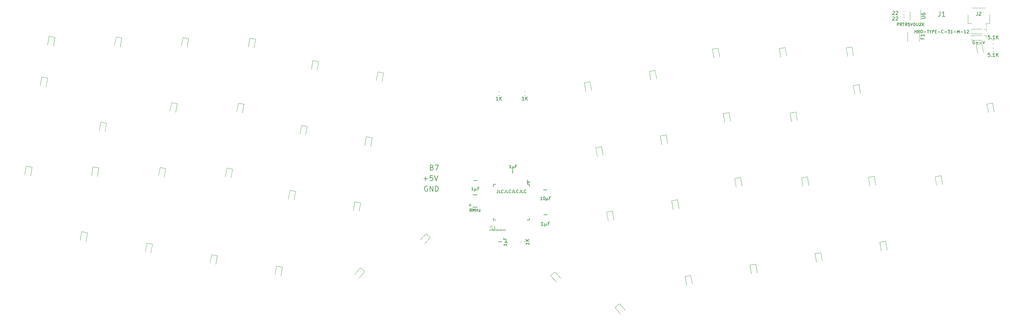
<source format=gbr>
G04 #@! TF.GenerationSoftware,KiCad,Pcbnew,(6.0.0-rc1-dev-1469-g932b9a334)*
G04 #@! TF.CreationDate,2019-10-20T15:35:16-07:00
G04 #@! TF.ProjectId,Laptreus-v2,4c617074-7265-4757-932d-76322e6b6963,rev?*
G04 #@! TF.SameCoordinates,Original*
G04 #@! TF.FileFunction,Legend,Top*
G04 #@! TF.FilePolarity,Positive*
%FSLAX46Y46*%
G04 Gerber Fmt 4.6, Leading zero omitted, Abs format (unit mm)*
G04 Created by KiCad (PCBNEW (6.0.0-rc1-dev-1469-g932b9a334)) date Sunday, October 20, 2019 at 03:35:16 PM*
%MOMM*%
%LPD*%
G04 APERTURE LIST*
%ADD10C,0.150000*%
%ADD11C,0.200000*%
%ADD12C,0.120000*%
%ADD13C,0.203200*%
%ADD14C,0.125000*%
%ADD15C,0.050000*%
G04 APERTURE END LIST*
D10*
X366755122Y-81720103D02*
X366674170Y-81679626D01*
X366552741Y-81679626D01*
X366431312Y-81720103D01*
X366350360Y-81801055D01*
X366309884Y-81882007D01*
X366269408Y-82043912D01*
X366269408Y-82165341D01*
X366309884Y-82327245D01*
X366350360Y-82408198D01*
X366431312Y-82489150D01*
X366552741Y-82529626D01*
X366633693Y-82529626D01*
X366755122Y-82489150D01*
X366795598Y-82448674D01*
X366795598Y-82165341D01*
X366633693Y-82165341D01*
X367159884Y-82205817D02*
X367807503Y-82205817D01*
X367483693Y-82529626D02*
X367483693Y-81882007D01*
X368212265Y-82205817D02*
X368859884Y-82205817D01*
X369143217Y-81679626D02*
X369426550Y-82529626D01*
X369709884Y-81679626D01*
X229073469Y-124729305D02*
X229073469Y-125336448D01*
X229032993Y-125457877D01*
X228952040Y-125538829D01*
X228830612Y-125579305D01*
X228749660Y-125579305D01*
X229882993Y-125579305D02*
X229478231Y-125579305D01*
X229478231Y-124729305D01*
X230652040Y-125498353D02*
X230611564Y-125538829D01*
X230490136Y-125579305D01*
X230409183Y-125579305D01*
X230287755Y-125538829D01*
X230206802Y-125457877D01*
X230166326Y-125376924D01*
X230125850Y-125215020D01*
X230125850Y-125093591D01*
X230166326Y-124931686D01*
X230206802Y-124850734D01*
X230287755Y-124769782D01*
X230409183Y-124729305D01*
X230490136Y-124729305D01*
X230611564Y-124769782D01*
X230652040Y-124810258D01*
X231259183Y-124729305D02*
X231259183Y-125336448D01*
X231218707Y-125457877D01*
X231137755Y-125538829D01*
X231016326Y-125579305D01*
X230935374Y-125579305D01*
X232068707Y-125579305D02*
X231663945Y-125579305D01*
X231663945Y-124729305D01*
X232837755Y-125498353D02*
X232797279Y-125538829D01*
X232675850Y-125579305D01*
X232594898Y-125579305D01*
X232473469Y-125538829D01*
X232392517Y-125457877D01*
X232352040Y-125376924D01*
X232311564Y-125215020D01*
X232311564Y-125093591D01*
X232352040Y-124931686D01*
X232392517Y-124850734D01*
X232473469Y-124769782D01*
X232594898Y-124729305D01*
X232675850Y-124729305D01*
X232797279Y-124769782D01*
X232837755Y-124810258D01*
X233444898Y-124729305D02*
X233444898Y-125336448D01*
X233404421Y-125457877D01*
X233323469Y-125538829D01*
X233202040Y-125579305D01*
X233121088Y-125579305D01*
X234254421Y-125579305D02*
X233849660Y-125579305D01*
X233849660Y-124729305D01*
X235023469Y-125498353D02*
X234982993Y-125538829D01*
X234861564Y-125579305D01*
X234780612Y-125579305D01*
X234659183Y-125538829D01*
X234578231Y-125457877D01*
X234537755Y-125376924D01*
X234497279Y-125215020D01*
X234497279Y-125093591D01*
X234537755Y-124931686D01*
X234578231Y-124850734D01*
X234659183Y-124769782D01*
X234780612Y-124729305D01*
X234861564Y-124729305D01*
X234982993Y-124769782D01*
X235023469Y-124810258D01*
X235630612Y-124729305D02*
X235630612Y-125336448D01*
X235590136Y-125457877D01*
X235509183Y-125538829D01*
X235387755Y-125579305D01*
X235306802Y-125579305D01*
X236440136Y-125579305D02*
X236035374Y-125579305D01*
X236035374Y-124729305D01*
X237209183Y-125498353D02*
X237168707Y-125538829D01*
X237047279Y-125579305D01*
X236966326Y-125579305D01*
X236844898Y-125538829D01*
X236763945Y-125457877D01*
X236723469Y-125376924D01*
X236682993Y-125215020D01*
X236682993Y-125093591D01*
X236723469Y-124931686D01*
X236763945Y-124850734D01*
X236844898Y-124769782D01*
X236966326Y-124729305D01*
X237047279Y-124729305D01*
X237168707Y-124769782D01*
X237209183Y-124810258D01*
X238247777Y-122495103D02*
G75*
G03X238247777Y-122495103I-223607J0D01*
G01*
D11*
X207696088Y-121501923D02*
X208838945Y-121501923D01*
X208267517Y-122073352D02*
X208267517Y-120930495D01*
X210267517Y-120573352D02*
X209553231Y-120573352D01*
X209481802Y-121287638D01*
X209553231Y-121216209D01*
X209696088Y-121144781D01*
X210053231Y-121144781D01*
X210196088Y-121216209D01*
X210267517Y-121287638D01*
X210338945Y-121430495D01*
X210338945Y-121787638D01*
X210267517Y-121930495D01*
X210196088Y-122001923D01*
X210053231Y-122073352D01*
X209696088Y-122073352D01*
X209553231Y-122001923D01*
X209481802Y-121930495D01*
X210767517Y-120573352D02*
X211267517Y-122073352D01*
X211767517Y-120573352D01*
X210067502Y-118212909D02*
X210281787Y-118284337D01*
X210353216Y-118355766D01*
X210424645Y-118498623D01*
X210424645Y-118712909D01*
X210353216Y-118855766D01*
X210281787Y-118927194D01*
X210138930Y-118998623D01*
X209567502Y-118998623D01*
X209567502Y-117498623D01*
X210067502Y-117498623D01*
X210210359Y-117570052D01*
X210281787Y-117641480D01*
X210353216Y-117784337D01*
X210353216Y-117927194D01*
X210281787Y-118070052D01*
X210210359Y-118141480D01*
X210067502Y-118212909D01*
X209567502Y-118212909D01*
X210924645Y-117498623D02*
X211924645Y-117498623D01*
X211281787Y-118998623D01*
X208756787Y-123670053D02*
X208613930Y-123598624D01*
X208399645Y-123598624D01*
X208185359Y-123670053D01*
X208042502Y-123812910D01*
X207971073Y-123955767D01*
X207899645Y-124241481D01*
X207899645Y-124455767D01*
X207971073Y-124741481D01*
X208042502Y-124884338D01*
X208185359Y-125027195D01*
X208399645Y-125098624D01*
X208542502Y-125098624D01*
X208756787Y-125027195D01*
X208828216Y-124955767D01*
X208828216Y-124455767D01*
X208542502Y-124455767D01*
X209471073Y-125098624D02*
X209471073Y-123598624D01*
X210328216Y-125098624D01*
X210328216Y-123598624D01*
X211042502Y-125098624D02*
X211042502Y-123598624D01*
X211399645Y-123598624D01*
X211613930Y-123670053D01*
X211756787Y-123812910D01*
X211828216Y-123955767D01*
X211899645Y-124241481D01*
X211899645Y-124455767D01*
X211828216Y-124741481D01*
X211756787Y-124884338D01*
X211613930Y-125027195D01*
X211399645Y-125098624D01*
X211042502Y-125098624D01*
D10*
X221305149Y-129144782D02*
G75*
G03X221305149Y-129144782I-230489J0D01*
G01*
D12*
G04 #@! TO.C,J3*
X370209170Y-80100103D02*
X370209170Y-80795103D01*
X369524170Y-80100103D02*
X370209170Y-80100103D01*
X368839170Y-81403379D02*
X368839170Y-81490103D01*
X368839170Y-80100103D02*
X368839170Y-80186827D01*
X368839170Y-81490103D02*
X365964170Y-81490103D01*
X368839170Y-80100103D02*
X365964170Y-80100103D01*
X365964170Y-81189596D02*
X365964170Y-81490103D01*
X365964170Y-80100103D02*
X365964170Y-80400610D01*
G04 #@! TO.C,J4*
X370209170Y-78225103D02*
X370209170Y-78920103D01*
X369524170Y-78225103D02*
X370209170Y-78225103D01*
X368839170Y-79528379D02*
X368839170Y-79615103D01*
X368839170Y-78225103D02*
X368839170Y-78311827D01*
X368839170Y-79615103D02*
X365964170Y-79615103D01*
X368839170Y-78225103D02*
X365964170Y-78225103D01*
X365964170Y-79314596D02*
X365964170Y-79615103D01*
X365964170Y-78225103D02*
X365964170Y-78525610D01*
D10*
G04 #@! TO.C,IC1*
X238174646Y-123123532D02*
X237599646Y-123123532D01*
X238174646Y-133473532D02*
X237499646Y-133473532D01*
X227824646Y-133473532D02*
X228499646Y-133473532D01*
X227824646Y-123123532D02*
X228499646Y-123123532D01*
X238174646Y-123123532D02*
X238174646Y-123798532D01*
X227824646Y-123123532D02*
X227824646Y-123798532D01*
X227824646Y-133473532D02*
X227824646Y-132798532D01*
X238174646Y-133473532D02*
X238174646Y-132798532D01*
X237599646Y-123123532D02*
X237599646Y-121848532D01*
D12*
G04 #@! TO.C,F1*
X350834170Y-79083851D02*
X350834170Y-81856355D01*
X347414170Y-79083851D02*
X347414170Y-81856355D01*
G04 #@! TO.C,R13*
X229261391Y-97405103D02*
X229586949Y-97405103D01*
X229261391Y-96385103D02*
X229586949Y-96385103D01*
G04 #@! TO.C,R12*
X372336949Y-83710103D02*
X372011391Y-83710103D01*
X372336949Y-84730103D02*
X372011391Y-84730103D01*
G04 #@! TO.C,R11*
X372011391Y-82480103D02*
X372336949Y-82480103D01*
X372011391Y-81460103D02*
X372336949Y-81460103D01*
G04 #@! TO.C,R10*
X236759170Y-139882882D02*
X236759170Y-139557324D01*
X235739170Y-139882882D02*
X235739170Y-139557324D01*
G04 #@! TO.C,R9*
X346461949Y-74735103D02*
X346136391Y-74735103D01*
X346461949Y-75755103D02*
X346136391Y-75755103D01*
G04 #@! TO.C,R8*
X346136391Y-74155103D02*
X346461949Y-74155103D01*
X346136391Y-73135103D02*
X346461949Y-73135103D01*
G04 #@! TO.C,R1*
X236736881Y-97404781D02*
X237062439Y-97404781D01*
X236736881Y-96384781D02*
X237062439Y-96384781D01*
G04 #@! TO.C,D1*
X368884178Y-82457334D02*
X369326981Y-84968594D01*
X367210005Y-82752536D02*
X367652808Y-85263796D01*
X368884178Y-82457334D02*
X367210005Y-82752536D01*
G04 #@! TO.C,D48*
X110547220Y-137065170D02*
X110104417Y-139576430D01*
X108873047Y-136769968D02*
X108430244Y-139281228D01*
X110547220Y-137065170D02*
X108873047Y-136769968D01*
G04 #@! TO.C,D47*
X129297219Y-140390170D02*
X128854416Y-142901430D01*
X127623046Y-140094968D02*
X127180243Y-142606228D01*
X129297219Y-140390170D02*
X127623046Y-140094968D01*
G04 #@! TO.C,D46*
X148072220Y-143690170D02*
X147629417Y-146201430D01*
X146398047Y-143394968D02*
X145955244Y-145906228D01*
X148072220Y-143690170D02*
X146398047Y-143394968D01*
G04 #@! TO.C,D45*
X166822219Y-146990170D02*
X166379416Y-149501430D01*
X165148046Y-146694968D02*
X164705243Y-149206228D01*
X166822219Y-146990170D02*
X165148046Y-146694968D01*
G04 #@! TO.C,D44*
X190664489Y-148217406D02*
X189025381Y-150170819D01*
X189362214Y-147124667D02*
X187723105Y-149078080D01*
X190664489Y-148217406D02*
X189362214Y-147124667D01*
G04 #@! TO.C,D43*
X209589730Y-138438117D02*
X207866975Y-140318174D01*
X208336359Y-137289613D02*
X206613604Y-139169671D01*
X209589730Y-138438117D02*
X208336359Y-137289613D01*
G04 #@! TO.C,D42*
X245587470Y-148389935D02*
X247310225Y-150269993D01*
X244334099Y-149538439D02*
X246056854Y-151418496D01*
X245587470Y-148389935D02*
X244334099Y-149538439D01*
G04 #@! TO.C,D41*
X264236126Y-157574667D02*
X265875235Y-159528080D01*
X262933851Y-158667406D02*
X264572959Y-160620819D01*
X264236126Y-157574667D02*
X262933851Y-158667406D01*
G04 #@! TO.C,D40*
X284801275Y-149419968D02*
X285244078Y-151931228D01*
X283127102Y-149715170D02*
X283569905Y-152226430D01*
X284801275Y-149419968D02*
X283127102Y-149715170D01*
G04 #@! TO.C,D39*
X303551274Y-146119968D02*
X303994077Y-148631228D01*
X301877101Y-146415170D02*
X302319904Y-148926430D01*
X303551274Y-146119968D02*
X301877101Y-146415170D01*
G04 #@! TO.C,D38*
X322333167Y-142816238D02*
X322775970Y-145327498D01*
X320658994Y-143111440D02*
X321101797Y-145622700D01*
X322333167Y-142816238D02*
X320658994Y-143111440D01*
G04 #@! TO.C,D37*
X341076274Y-139519968D02*
X341519077Y-142031228D01*
X339402101Y-139815170D02*
X339844904Y-142326430D01*
X341076274Y-139519968D02*
X339402101Y-139815170D01*
G04 #@! TO.C,D36*
X94515666Y-118134608D02*
X94072863Y-120645868D01*
X92841493Y-117839406D02*
X92398690Y-120350666D01*
X94515666Y-118134608D02*
X92841493Y-117839406D01*
G04 #@! TO.C,D35*
X113847218Y-118315170D02*
X113404415Y-120826430D01*
X112173045Y-118019968D02*
X111730242Y-120531228D01*
X113847218Y-118315170D02*
X112173045Y-118019968D01*
G04 #@! TO.C,D34*
X133172219Y-118490170D02*
X132729416Y-121001430D01*
X131498046Y-118194968D02*
X131055243Y-120706228D01*
X133172219Y-118490170D02*
X131498046Y-118194968D01*
G04 #@! TO.C,D33*
X152472219Y-118665170D02*
X152029416Y-121176430D01*
X150798046Y-118369968D02*
X150355243Y-120881228D01*
X152472219Y-118665170D02*
X150798046Y-118369968D01*
G04 #@! TO.C,D32*
X170672218Y-125115171D02*
X170229415Y-127626431D01*
X168998045Y-124819969D02*
X168555242Y-127331229D01*
X170672218Y-125115171D02*
X168998045Y-124819969D01*
G04 #@! TO.C,D31*
X189447220Y-128415170D02*
X189004417Y-130926430D01*
X187773047Y-128119968D02*
X187330244Y-130631228D01*
X189447220Y-128415170D02*
X187773047Y-128119968D01*
G04 #@! TO.C,D30*
X262176274Y-130844969D02*
X262619077Y-133356229D01*
X260502101Y-131140171D02*
X260944904Y-133651431D01*
X262176274Y-130844969D02*
X260502101Y-131140171D01*
G04 #@! TO.C,D29*
X280926274Y-127544969D02*
X281369077Y-130056229D01*
X279252101Y-127840171D02*
X279694904Y-130351431D01*
X280926274Y-127544969D02*
X279252101Y-127840171D01*
G04 #@! TO.C,D28*
X299151274Y-121094968D02*
X299594077Y-123606228D01*
X297477101Y-121390170D02*
X297919904Y-123901430D01*
X299151274Y-121094968D02*
X297477101Y-121390170D01*
G04 #@! TO.C,D27*
X318451274Y-120919968D02*
X318894077Y-123431228D01*
X316777101Y-121215170D02*
X317219904Y-123726430D01*
X318451274Y-120919968D02*
X316777101Y-121215170D01*
G04 #@! TO.C,D26*
X337776274Y-120744969D02*
X338219077Y-123256229D01*
X336102101Y-121040171D02*
X336544904Y-123551431D01*
X337776274Y-120744969D02*
X336102101Y-121040171D01*
G04 #@! TO.C,D25*
X357076274Y-120569968D02*
X357519077Y-123081228D01*
X355402101Y-120865170D02*
X355844904Y-123376430D01*
X357076274Y-120569968D02*
X355402101Y-120865170D01*
G04 #@! TO.C,D24*
X99027252Y-92339568D02*
X98584449Y-94850828D01*
X97353079Y-92044366D02*
X96910276Y-94555626D01*
X99027252Y-92339568D02*
X97353079Y-92044366D01*
G04 #@! TO.C,D23*
X116073064Y-105372541D02*
X115630261Y-107883801D01*
X114398891Y-105077339D02*
X113956088Y-107588599D01*
X116073064Y-105372541D02*
X114398891Y-105077339D01*
G04 #@! TO.C,D22*
X136472219Y-99740170D02*
X136029416Y-102251430D01*
X134798046Y-99444968D02*
X134355243Y-101956228D01*
X136472219Y-99740170D02*
X134798046Y-99444968D01*
G04 #@! TO.C,D21*
X155772219Y-99915171D02*
X155329416Y-102426431D01*
X154098046Y-99619969D02*
X153655243Y-102131229D01*
X155772219Y-99915171D02*
X154098046Y-99619969D01*
G04 #@! TO.C,D20*
X173997219Y-106340170D02*
X173554416Y-108851430D01*
X172323046Y-106044968D02*
X171880243Y-108556228D01*
X173997219Y-106340170D02*
X172323046Y-106044968D01*
G04 #@! TO.C,D19*
X192747220Y-109640170D02*
X192304417Y-112151430D01*
X191073047Y-109344968D02*
X190630244Y-111856228D01*
X192747220Y-109640170D02*
X191073047Y-109344968D01*
G04 #@! TO.C,D18*
X259000784Y-112195290D02*
X259443587Y-114706550D01*
X257326611Y-112490492D02*
X257769414Y-115001752D01*
X259000784Y-112195290D02*
X257326611Y-112490492D01*
G04 #@! TO.C,D17*
X277626274Y-108794969D02*
X278069077Y-111306229D01*
X275952101Y-109090171D02*
X276394904Y-111601431D01*
X277626274Y-108794969D02*
X275952101Y-109090171D01*
G04 #@! TO.C,D16*
X295851274Y-102344969D02*
X296294077Y-104856229D01*
X294177101Y-102640171D02*
X294619904Y-105151431D01*
X295851274Y-102344969D02*
X294177101Y-102640171D01*
G04 #@! TO.C,D15*
X315151275Y-102166237D02*
X315594078Y-104677497D01*
X313477102Y-102461439D02*
X313919905Y-104972699D01*
X315151275Y-102166237D02*
X313477102Y-102461439D01*
G04 #@! TO.C,D14*
X333392673Y-94249519D02*
X333835476Y-96760779D01*
X331718500Y-94544721D02*
X332161303Y-97055981D01*
X333392673Y-94249519D02*
X331718500Y-94544721D01*
G04 #@! TO.C,D13*
X371994381Y-99573699D02*
X372437184Y-102084959D01*
X370320208Y-99868901D02*
X370763011Y-102380161D01*
X371994381Y-99573699D02*
X370320208Y-99868901D01*
G04 #@! TO.C,D12*
X101146729Y-80590492D02*
X100703926Y-83101752D01*
X99472556Y-80295290D02*
X99029753Y-82806550D01*
X101146729Y-80590492D02*
X99472556Y-80295290D01*
G04 #@! TO.C,D11*
X120472219Y-80790171D02*
X120029416Y-83301431D01*
X118798046Y-80494969D02*
X118355243Y-83006229D01*
X120472219Y-80790171D02*
X118798046Y-80494969D01*
G04 #@! TO.C,D10*
X139772219Y-80965170D02*
X139329416Y-83476430D01*
X138098046Y-80669968D02*
X137655243Y-83181228D01*
X139772219Y-80965170D02*
X138098046Y-80669968D01*
G04 #@! TO.C,D9*
X159097220Y-81140170D02*
X158654417Y-83651430D01*
X157423047Y-80844968D02*
X156980244Y-83356228D01*
X159097220Y-81140170D02*
X157423047Y-80844968D01*
G04 #@! TO.C,D8*
X177297220Y-87590170D02*
X176854417Y-90101430D01*
X175623047Y-87294968D02*
X175180244Y-89806228D01*
X177297220Y-87590170D02*
X175623047Y-87294968D01*
G04 #@! TO.C,D7*
X196072219Y-90890170D02*
X195629416Y-93401430D01*
X194398046Y-90594968D02*
X193955243Y-93106228D01*
X196072219Y-90890170D02*
X194398046Y-90594968D01*
G04 #@! TO.C,D6*
X255675784Y-93445290D02*
X256118587Y-95956550D01*
X254001611Y-93740492D02*
X254444414Y-96251752D01*
X255675784Y-93445290D02*
X254001611Y-93740492D01*
G04 #@! TO.C,D5*
X274475784Y-90145290D02*
X274918587Y-92656550D01*
X272801611Y-90440492D02*
X273244414Y-92951752D01*
X274475784Y-90145290D02*
X272801611Y-90440492D01*
G04 #@! TO.C,D4*
X292675784Y-83720290D02*
X293118587Y-86231550D01*
X291001611Y-84015492D02*
X291444414Y-86526752D01*
X292675784Y-83720290D02*
X291001611Y-84015492D01*
G04 #@! TO.C,D3*
X312000784Y-83545290D02*
X312443587Y-86056550D01*
X310326611Y-83840492D02*
X310769414Y-86351752D01*
X312000784Y-83545290D02*
X310326611Y-83840492D01*
G04 #@! TO.C,D2*
X331350784Y-83370290D02*
X331793587Y-85881550D01*
X329676611Y-83665492D02*
X330119414Y-86176752D01*
X331350784Y-83370290D02*
X329676611Y-83665492D01*
G04 #@! TO.C,U6*
X348149170Y-73195103D02*
X348149170Y-75595103D01*
X351249170Y-75595103D02*
X351249170Y-72645103D01*
G04 #@! TO.C,J2*
X369964170Y-72110103D02*
X366084170Y-72110103D01*
X364914170Y-76580103D02*
X365964170Y-76580103D01*
X364914170Y-74080103D02*
X364914170Y-76580103D01*
X370084170Y-76580103D02*
X370084170Y-77570103D01*
X371134170Y-76580103D02*
X370084170Y-76580103D01*
X371134170Y-74080103D02*
X371134170Y-76580103D01*
D13*
G04 #@! TO.C,C5*
X223107661Y-121994781D02*
X222091661Y-121994781D01*
G04 #@! TO.C,C2*
X230282660Y-139719781D02*
X229266660Y-139719781D01*
D10*
G04 #@! TO.C,C3*
X243332660Y-124719781D02*
X242316660Y-124719781D01*
G04 #@! TO.C,C4*
X242341660Y-131894781D02*
X243357660Y-131894781D01*
G04 #@! TO.C,C7*
X233399645Y-118887052D02*
X233399645Y-119903052D01*
G04 #@! TO.C,Y1*
X223149645Y-129720052D02*
X221849645Y-129720052D01*
X221849645Y-126120052D02*
X223149645Y-126120052D01*
G04 #@! TO.C,IC1*
D14*
X226867503Y-135834338D02*
X226867503Y-135084338D01*
X227653217Y-135762910D02*
X227617503Y-135798624D01*
X227510360Y-135834338D01*
X227438931Y-135834338D01*
X227331788Y-135798624D01*
X227260360Y-135727195D01*
X227224646Y-135655767D01*
X227188931Y-135512910D01*
X227188931Y-135405767D01*
X227224646Y-135262910D01*
X227260360Y-135191481D01*
X227331788Y-135120053D01*
X227438931Y-135084338D01*
X227510360Y-135084338D01*
X227617503Y-135120053D01*
X227653217Y-135155767D01*
X228367503Y-135834338D02*
X227938931Y-135834338D01*
X228153217Y-135834338D02*
X228153217Y-135084338D01*
X228081788Y-135191481D01*
X228010360Y-135262910D01*
X227938931Y-135298624D01*
D15*
X226737741Y-136378386D02*
X226975836Y-136378386D01*
X226690122Y-136521243D02*
X226856788Y-136021243D01*
X227023455Y-136521243D01*
X227118693Y-136021243D02*
X227404407Y-136021243D01*
X227261550Y-136521243D02*
X227261550Y-136021243D01*
X227571074Y-136521243D02*
X227571074Y-136021243D01*
X227737741Y-136378386D01*
X227904407Y-136021243D01*
X227904407Y-136521243D01*
X228142503Y-136259338D02*
X228309169Y-136259338D01*
X228380598Y-136521243D02*
X228142503Y-136521243D01*
X228142503Y-136021243D01*
X228380598Y-136021243D01*
X228856788Y-136045053D02*
X228809169Y-136021243D01*
X228737741Y-136021243D01*
X228666312Y-136045053D01*
X228618693Y-136092672D01*
X228594884Y-136140291D01*
X228571074Y-136235529D01*
X228571074Y-136306957D01*
X228594884Y-136402195D01*
X228618693Y-136449814D01*
X228666312Y-136497433D01*
X228737741Y-136521243D01*
X228785360Y-136521243D01*
X228856788Y-136497433D01*
X228880598Y-136473624D01*
X228880598Y-136306957D01*
X228785360Y-136306957D01*
X229071074Y-136378386D02*
X229309169Y-136378386D01*
X229023455Y-136521243D02*
X229190122Y-136021243D01*
X229356788Y-136521243D01*
X229475836Y-136021243D02*
X229785360Y-136021243D01*
X229618693Y-136211719D01*
X229690122Y-136211719D01*
X229737741Y-136235529D01*
X229761550Y-136259338D01*
X229785360Y-136306957D01*
X229785360Y-136426005D01*
X229761550Y-136473624D01*
X229737741Y-136497433D01*
X229690122Y-136521243D01*
X229547265Y-136521243D01*
X229499646Y-136497433D01*
X229475836Y-136473624D01*
X229975836Y-136068862D02*
X229999646Y-136045053D01*
X230047265Y-136021243D01*
X230166312Y-136021243D01*
X230213931Y-136045053D01*
X230237741Y-136068862D01*
X230261550Y-136116481D01*
X230261550Y-136164100D01*
X230237741Y-136235529D01*
X229952026Y-136521243D01*
X230261550Y-136521243D01*
X230475836Y-136021243D02*
X230475836Y-136426005D01*
X230499646Y-136473624D01*
X230523455Y-136497433D01*
X230571074Y-136521243D01*
X230666312Y-136521243D01*
X230713931Y-136497433D01*
X230737741Y-136473624D01*
X230761550Y-136426005D01*
X230761550Y-136021243D01*
X231213931Y-136187910D02*
X231213931Y-136521243D01*
X231094884Y-135997433D02*
X230975836Y-136354576D01*
X231285360Y-136354576D01*
G04 #@! TO.C,F1*
D10*
X351702741Y-80803436D02*
X351702741Y-81136769D01*
X352226550Y-81136769D02*
X351226550Y-81136769D01*
X351226550Y-80660579D01*
X352226550Y-79755817D02*
X352226550Y-80327245D01*
X352226550Y-80041531D02*
X351226550Y-80041531D01*
X351369408Y-80136769D01*
X351464646Y-80232007D01*
X351512265Y-80327245D01*
G04 #@! TO.C,R13*
X229209884Y-98777483D02*
X228638455Y-98777483D01*
X228924170Y-98777483D02*
X228924170Y-97777483D01*
X228828931Y-97920341D01*
X228733693Y-98015579D01*
X228638455Y-98063198D01*
X229638455Y-98777483D02*
X229638455Y-97777483D01*
X230209884Y-98777483D02*
X229781312Y-98206055D01*
X230209884Y-97777483D02*
X229638455Y-98348912D01*
G04 #@! TO.C,R12*
X371197979Y-85172483D02*
X370721789Y-85172483D01*
X370674170Y-85648674D01*
X370721789Y-85601055D01*
X370817027Y-85553436D01*
X371055122Y-85553436D01*
X371150360Y-85601055D01*
X371197979Y-85648674D01*
X371245598Y-85743912D01*
X371245598Y-85982007D01*
X371197979Y-86077245D01*
X371150360Y-86124864D01*
X371055122Y-86172483D01*
X370817027Y-86172483D01*
X370721789Y-86124864D01*
X370674170Y-86077245D01*
X371674170Y-86077245D02*
X371721789Y-86124864D01*
X371674170Y-86172483D01*
X371626550Y-86124864D01*
X371674170Y-86077245D01*
X371674170Y-86172483D01*
X372674170Y-86172483D02*
X372102741Y-86172483D01*
X372388455Y-86172483D02*
X372388455Y-85172483D01*
X372293217Y-85315341D01*
X372197979Y-85410579D01*
X372102741Y-85458198D01*
X373102741Y-86172483D02*
X373102741Y-85172483D01*
X373674170Y-86172483D02*
X373245598Y-85601055D01*
X373674170Y-85172483D02*
X373102741Y-85743912D01*
G04 #@! TO.C,R11*
X371197979Y-80072483D02*
X370721789Y-80072483D01*
X370674170Y-80548674D01*
X370721789Y-80501055D01*
X370817027Y-80453436D01*
X371055122Y-80453436D01*
X371150360Y-80501055D01*
X371197979Y-80548674D01*
X371245598Y-80643912D01*
X371245598Y-80882007D01*
X371197979Y-80977245D01*
X371150360Y-81024864D01*
X371055122Y-81072483D01*
X370817027Y-81072483D01*
X370721789Y-81024864D01*
X370674170Y-80977245D01*
X371674170Y-80977245D02*
X371721789Y-81024864D01*
X371674170Y-81072483D01*
X371626550Y-81024864D01*
X371674170Y-80977245D01*
X371674170Y-81072483D01*
X372674170Y-81072483D02*
X372102741Y-81072483D01*
X372388455Y-81072483D02*
X372388455Y-80072483D01*
X372293217Y-80215341D01*
X372197979Y-80310579D01*
X372102741Y-80358198D01*
X373102741Y-81072483D02*
X373102741Y-80072483D01*
X373674170Y-81072483D02*
X373245598Y-80501055D01*
X373674170Y-80072483D02*
X373102741Y-80643912D01*
G04 #@! TO.C,R10*
X238131550Y-139934388D02*
X238131550Y-140505817D01*
X238131550Y-140220103D02*
X237131550Y-140220103D01*
X237274408Y-140315341D01*
X237369646Y-140410579D01*
X237417265Y-140505817D01*
X238131550Y-139505817D02*
X237131550Y-139505817D01*
X238131550Y-138934388D02*
X237560122Y-139362960D01*
X237131550Y-138934388D02*
X237702979Y-139505817D01*
G04 #@! TO.C,R9*
X343112265Y-74792722D02*
X343159884Y-74745103D01*
X343255122Y-74697483D01*
X343493217Y-74697483D01*
X343588455Y-74745103D01*
X343636074Y-74792722D01*
X343683693Y-74887960D01*
X343683693Y-74983198D01*
X343636074Y-75126055D01*
X343064646Y-75697483D01*
X343683693Y-75697483D01*
X344064646Y-74792722D02*
X344112265Y-74745103D01*
X344207503Y-74697483D01*
X344445598Y-74697483D01*
X344540836Y-74745103D01*
X344588455Y-74792722D01*
X344636074Y-74887960D01*
X344636074Y-74983198D01*
X344588455Y-75126055D01*
X344017027Y-75697483D01*
X344636074Y-75697483D01*
G04 #@! TO.C,R8*
X343112265Y-73192722D02*
X343159884Y-73145103D01*
X343255122Y-73097483D01*
X343493217Y-73097483D01*
X343588455Y-73145103D01*
X343636074Y-73192722D01*
X343683693Y-73287960D01*
X343683693Y-73383198D01*
X343636074Y-73526055D01*
X343064646Y-74097483D01*
X343683693Y-74097483D01*
X344064646Y-73192722D02*
X344112265Y-73145103D01*
X344207503Y-73097483D01*
X344445598Y-73097483D01*
X344540836Y-73145103D01*
X344588455Y-73192722D01*
X344636074Y-73287960D01*
X344636074Y-73383198D01*
X344588455Y-73526055D01*
X344017027Y-74097483D01*
X344636074Y-74097483D01*
G04 #@! TO.C,R1*
X236685374Y-98777161D02*
X236113945Y-98777161D01*
X236399660Y-98777161D02*
X236399660Y-97777161D01*
X236304421Y-97920019D01*
X236209183Y-98015257D01*
X236113945Y-98062876D01*
X237113945Y-98777161D02*
X237113945Y-97777161D01*
X237685374Y-98777161D02*
X237256802Y-98205733D01*
X237685374Y-97777161D02*
X237113945Y-98348590D01*
G04 #@! TO.C,U6*
X351531550Y-75177007D02*
X352341074Y-75177007D01*
X352436312Y-75129388D01*
X352483931Y-75081769D01*
X352531550Y-74986531D01*
X352531550Y-74796055D01*
X352483931Y-74700817D01*
X352436312Y-74653198D01*
X352341074Y-74605579D01*
X351531550Y-74605579D01*
X351531550Y-73700817D02*
X351531550Y-73891293D01*
X351579170Y-73986531D01*
X351626789Y-74034150D01*
X351769646Y-74129388D01*
X351960122Y-74177007D01*
X352341074Y-74177007D01*
X352436312Y-74129388D01*
X352483931Y-74081769D01*
X352531550Y-73986531D01*
X352531550Y-73796055D01*
X352483931Y-73700817D01*
X352436312Y-73653198D01*
X352341074Y-73605579D01*
X352102979Y-73605579D01*
X352007741Y-73653198D01*
X351960122Y-73700817D01*
X351912503Y-73796055D01*
X351912503Y-73986531D01*
X351960122Y-74081769D01*
X352007741Y-74129388D01*
X352102979Y-74177007D01*
X344449170Y-77304626D02*
X344449170Y-76454626D01*
X344772979Y-76454626D01*
X344853931Y-76495103D01*
X344894408Y-76535579D01*
X344934884Y-76616531D01*
X344934884Y-76737960D01*
X344894408Y-76818912D01*
X344853931Y-76859388D01*
X344772979Y-76899864D01*
X344449170Y-76899864D01*
X345784884Y-77304626D02*
X345501550Y-76899864D01*
X345299170Y-77304626D02*
X345299170Y-76454626D01*
X345622979Y-76454626D01*
X345703931Y-76495103D01*
X345744408Y-76535579D01*
X345784884Y-76616531D01*
X345784884Y-76737960D01*
X345744408Y-76818912D01*
X345703931Y-76859388D01*
X345622979Y-76899864D01*
X345299170Y-76899864D01*
X346027741Y-76454626D02*
X346513455Y-76454626D01*
X346270598Y-77304626D02*
X346270598Y-76454626D01*
X347282503Y-77304626D02*
X346999170Y-76899864D01*
X346796789Y-77304626D02*
X346796789Y-76454626D01*
X347120598Y-76454626D01*
X347201550Y-76495103D01*
X347242027Y-76535579D01*
X347282503Y-76616531D01*
X347282503Y-76737960D01*
X347242027Y-76818912D01*
X347201550Y-76859388D01*
X347120598Y-76899864D01*
X346796789Y-76899864D01*
X348051550Y-76454626D02*
X347646789Y-76454626D01*
X347606312Y-76859388D01*
X347646789Y-76818912D01*
X347727741Y-76778436D01*
X347930122Y-76778436D01*
X348011074Y-76818912D01*
X348051550Y-76859388D01*
X348092027Y-76940341D01*
X348092027Y-77142722D01*
X348051550Y-77223674D01*
X348011074Y-77264150D01*
X347930122Y-77304626D01*
X347727741Y-77304626D01*
X347646789Y-77264150D01*
X347606312Y-77223674D01*
X348334884Y-76454626D02*
X348618217Y-77304626D01*
X348901550Y-76454626D01*
X349346789Y-76454626D02*
X349427741Y-76454626D01*
X349508693Y-76495103D01*
X349549170Y-76535579D01*
X349589646Y-76616531D01*
X349630122Y-76778436D01*
X349630122Y-76980817D01*
X349589646Y-77142722D01*
X349549170Y-77223674D01*
X349508693Y-77264150D01*
X349427741Y-77304626D01*
X349346789Y-77304626D01*
X349265836Y-77264150D01*
X349225360Y-77223674D01*
X349184884Y-77142722D01*
X349144408Y-76980817D01*
X349144408Y-76778436D01*
X349184884Y-76616531D01*
X349225360Y-76535579D01*
X349265836Y-76495103D01*
X349346789Y-76454626D01*
X349994408Y-76454626D02*
X349994408Y-77142722D01*
X350034884Y-77223674D01*
X350075360Y-77264150D01*
X350156312Y-77304626D01*
X350318217Y-77304626D01*
X350399170Y-77264150D01*
X350439646Y-77223674D01*
X350480122Y-77142722D01*
X350480122Y-76454626D01*
X350844408Y-76535579D02*
X350884884Y-76495103D01*
X350965836Y-76454626D01*
X351168217Y-76454626D01*
X351249170Y-76495103D01*
X351289646Y-76535579D01*
X351330122Y-76616531D01*
X351330122Y-76697483D01*
X351289646Y-76818912D01*
X350803931Y-77304626D01*
X351330122Y-77304626D01*
X351613455Y-76454626D02*
X352180122Y-77304626D01*
X352180122Y-76454626D02*
X351613455Y-77304626D01*
G04 #@! TO.C,J2*
X367665836Y-73347483D02*
X367665836Y-74061769D01*
X367618217Y-74204626D01*
X367522979Y-74299864D01*
X367380122Y-74347483D01*
X367284884Y-74347483D01*
X368094408Y-73442722D02*
X368142027Y-73395103D01*
X368237265Y-73347483D01*
X368475360Y-73347483D01*
X368570598Y-73395103D01*
X368618217Y-73442722D01*
X368665836Y-73537960D01*
X368665836Y-73633198D01*
X368618217Y-73776055D01*
X368046789Y-74347483D01*
X368665836Y-74347483D01*
G04 #@! TO.C,C5*
X222032503Y-124829626D02*
X221546789Y-124829626D01*
X221789646Y-124829626D02*
X221789646Y-123979626D01*
X221708693Y-124101055D01*
X221627741Y-124182007D01*
X221546789Y-124222483D01*
X222396789Y-124262960D02*
X222396789Y-125112960D01*
X222801550Y-124708198D02*
X222842027Y-124789150D01*
X222922979Y-124829626D01*
X222396789Y-124708198D02*
X222437265Y-124789150D01*
X222518217Y-124829626D01*
X222680122Y-124829626D01*
X222761074Y-124789150D01*
X222801550Y-124708198D01*
X222801550Y-124262960D01*
X223570598Y-124384388D02*
X223287265Y-124384388D01*
X223287265Y-124829626D02*
X223287265Y-123979626D01*
X223692027Y-123979626D01*
G04 #@! TO.C,J1*
D11*
X356799660Y-73123352D02*
X356799660Y-74194781D01*
X356728231Y-74409066D01*
X356585374Y-74551923D01*
X356371088Y-74623352D01*
X356228231Y-74623352D01*
X358299660Y-74623352D02*
X357442517Y-74623352D01*
X357871088Y-74623352D02*
X357871088Y-73123352D01*
X357728231Y-73337638D01*
X357585374Y-73480495D01*
X357442517Y-73551923D01*
D10*
X349528231Y-79379304D02*
X349528231Y-78529304D01*
X349528231Y-78934066D02*
X350013945Y-78934066D01*
X350013945Y-79379304D02*
X350013945Y-78529304D01*
X350904421Y-79379304D02*
X350621088Y-78974542D01*
X350418707Y-79379304D02*
X350418707Y-78529304D01*
X350742517Y-78529304D01*
X350823469Y-78569781D01*
X350863945Y-78610257D01*
X350904421Y-78691209D01*
X350904421Y-78812638D01*
X350863945Y-78893590D01*
X350823469Y-78934066D01*
X350742517Y-78974542D01*
X350418707Y-78974542D01*
X351430612Y-78529304D02*
X351592517Y-78529304D01*
X351673469Y-78569781D01*
X351754421Y-78650733D01*
X351794898Y-78812638D01*
X351794898Y-79095971D01*
X351754421Y-79257876D01*
X351673469Y-79338828D01*
X351592517Y-79379304D01*
X351430612Y-79379304D01*
X351349660Y-79338828D01*
X351268707Y-79257876D01*
X351228231Y-79095971D01*
X351228231Y-78812638D01*
X351268707Y-78650733D01*
X351349660Y-78569781D01*
X351430612Y-78529304D01*
X352159183Y-79055495D02*
X352806802Y-79055495D01*
X353090136Y-78529304D02*
X353575850Y-78529304D01*
X353332993Y-79379304D02*
X353332993Y-78529304D01*
X354021088Y-78974542D02*
X354021088Y-79379304D01*
X353737755Y-78529304D02*
X354021088Y-78974542D01*
X354304421Y-78529304D01*
X354587755Y-79379304D02*
X354587755Y-78529304D01*
X354911564Y-78529304D01*
X354992517Y-78569781D01*
X355032993Y-78610257D01*
X355073469Y-78691209D01*
X355073469Y-78812638D01*
X355032993Y-78893590D01*
X354992517Y-78934066D01*
X354911564Y-78974542D01*
X354587755Y-78974542D01*
X355437755Y-78934066D02*
X355721088Y-78934066D01*
X355842517Y-79379304D02*
X355437755Y-79379304D01*
X355437755Y-78529304D01*
X355842517Y-78529304D01*
X356206802Y-79055495D02*
X356854421Y-79055495D01*
X357744898Y-79298352D02*
X357704421Y-79338828D01*
X357582993Y-79379304D01*
X357502040Y-79379304D01*
X357380612Y-79338828D01*
X357299660Y-79257876D01*
X357259183Y-79176923D01*
X357218707Y-79015019D01*
X357218707Y-78893590D01*
X357259183Y-78731685D01*
X357299660Y-78650733D01*
X357380612Y-78569781D01*
X357502040Y-78529304D01*
X357582993Y-78529304D01*
X357704421Y-78569781D01*
X357744898Y-78610257D01*
X358109183Y-79055495D02*
X358756802Y-79055495D01*
X359080612Y-78529304D02*
X359606802Y-78529304D01*
X359323469Y-78853114D01*
X359444898Y-78853114D01*
X359525850Y-78893590D01*
X359566326Y-78934066D01*
X359606802Y-79015019D01*
X359606802Y-79217400D01*
X359566326Y-79298352D01*
X359525850Y-79338828D01*
X359444898Y-79379304D01*
X359202040Y-79379304D01*
X359121088Y-79338828D01*
X359080612Y-79298352D01*
X360416326Y-79379304D02*
X359930612Y-79379304D01*
X360173469Y-79379304D02*
X360173469Y-78529304D01*
X360092517Y-78650733D01*
X360011564Y-78731685D01*
X359930612Y-78772161D01*
X360780612Y-79055495D02*
X361428231Y-79055495D01*
X361832993Y-79379304D02*
X361832993Y-78529304D01*
X362116326Y-79136447D01*
X362399660Y-78529304D01*
X362399660Y-79379304D01*
X362804421Y-79055495D02*
X363452040Y-79055495D01*
X364302040Y-79379304D02*
X363816326Y-79379304D01*
X364059183Y-79379304D02*
X364059183Y-78529304D01*
X363978231Y-78650733D01*
X363897279Y-78731685D01*
X363816326Y-78772161D01*
X364625850Y-78610257D02*
X364666326Y-78569781D01*
X364747279Y-78529304D01*
X364949659Y-78529304D01*
X365030612Y-78569781D01*
X365071088Y-78610257D01*
X365111564Y-78691209D01*
X365111564Y-78772161D01*
X365071088Y-78893590D01*
X364585374Y-79379304D01*
X365111564Y-79379304D01*
G04 #@! TO.C,C2*
X231634183Y-140286447D02*
X231634183Y-140772161D01*
X231634183Y-140529304D02*
X230784183Y-140529304D01*
X230905612Y-140610257D01*
X230986564Y-140691209D01*
X231027040Y-140772161D01*
X231067517Y-139922161D02*
X231917517Y-139922161D01*
X231512755Y-139517400D02*
X231593707Y-139476923D01*
X231634183Y-139395971D01*
X231512755Y-139922161D02*
X231593707Y-139881685D01*
X231634183Y-139800733D01*
X231634183Y-139638828D01*
X231593707Y-139557876D01*
X231512755Y-139517400D01*
X231067517Y-139517400D01*
X231188945Y-138748352D02*
X231188945Y-139031685D01*
X231634183Y-139031685D02*
X230784183Y-139031685D01*
X230784183Y-138626923D01*
G04 #@! TO.C,C3*
X241903231Y-127554304D02*
X241417517Y-127554304D01*
X241660374Y-127554304D02*
X241660374Y-126704304D01*
X241579421Y-126825733D01*
X241498469Y-126906685D01*
X241417517Y-126947161D01*
X242429421Y-126704304D02*
X242510374Y-126704304D01*
X242591326Y-126744781D01*
X242631802Y-126785257D01*
X242672279Y-126866209D01*
X242712755Y-127028114D01*
X242712755Y-127230495D01*
X242672279Y-127392400D01*
X242631802Y-127473352D01*
X242591326Y-127513828D01*
X242510374Y-127554304D01*
X242429421Y-127554304D01*
X242348469Y-127513828D01*
X242307993Y-127473352D01*
X242267517Y-127392400D01*
X242227040Y-127230495D01*
X242227040Y-127028114D01*
X242267517Y-126866209D01*
X242307993Y-126785257D01*
X242348469Y-126744781D01*
X242429421Y-126704304D01*
X243077040Y-126987638D02*
X243077040Y-127837638D01*
X243481802Y-127432876D02*
X243522279Y-127513828D01*
X243603231Y-127554304D01*
X243077040Y-127432876D02*
X243117517Y-127513828D01*
X243198469Y-127554304D01*
X243360374Y-127554304D01*
X243441326Y-127513828D01*
X243481802Y-127432876D01*
X243481802Y-126987638D01*
X244250850Y-127109066D02*
X243967517Y-127109066D01*
X243967517Y-127554304D02*
X243967517Y-126704304D01*
X244372279Y-126704304D01*
G04 #@! TO.C,C4*
X242182993Y-134997161D02*
X241611564Y-134997161D01*
X241897279Y-134997161D02*
X241897279Y-133997161D01*
X241802040Y-134140019D01*
X241706802Y-134235257D01*
X241611564Y-134282876D01*
X242611564Y-134330495D02*
X242611564Y-135330495D01*
X243087755Y-134854304D02*
X243135374Y-134949542D01*
X243230612Y-134997161D01*
X242611564Y-134854304D02*
X242659183Y-134949542D01*
X242754421Y-134997161D01*
X242944898Y-134997161D01*
X243040136Y-134949542D01*
X243087755Y-134854304D01*
X243087755Y-134330495D01*
X243992517Y-134473352D02*
X243659183Y-134473352D01*
X243659183Y-134997161D02*
X243659183Y-133997161D01*
X244135374Y-133997161D01*
G04 #@! TO.C,C7*
X232932978Y-118404575D02*
X232447264Y-118404575D01*
X232690121Y-118404575D02*
X232690121Y-117554575D01*
X232609168Y-117676004D01*
X232528216Y-117756956D01*
X232447264Y-117797432D01*
X233297264Y-117837909D02*
X233297264Y-118687909D01*
X233702025Y-118283147D02*
X233742502Y-118364099D01*
X233823454Y-118404575D01*
X233297264Y-118283147D02*
X233337740Y-118364099D01*
X233418692Y-118404575D01*
X233580597Y-118404575D01*
X233661549Y-118364099D01*
X233702025Y-118283147D01*
X233702025Y-117837909D01*
X234471073Y-117959337D02*
X234187740Y-117959337D01*
X234187740Y-118404575D02*
X234187740Y-117554575D01*
X234592502Y-117554575D01*
G04 #@! TO.C,Y1*
X221168707Y-130518590D02*
X221087755Y-130478114D01*
X221047279Y-130437638D01*
X221006802Y-130356685D01*
X221006802Y-130316209D01*
X221047279Y-130235257D01*
X221087755Y-130194781D01*
X221168707Y-130154304D01*
X221330612Y-130154304D01*
X221411564Y-130194781D01*
X221452040Y-130235257D01*
X221492517Y-130316209D01*
X221492517Y-130356685D01*
X221452040Y-130437638D01*
X221411564Y-130478114D01*
X221330612Y-130518590D01*
X221168707Y-130518590D01*
X221087755Y-130559066D01*
X221047279Y-130599542D01*
X221006802Y-130680495D01*
X221006802Y-130842400D01*
X221047279Y-130923352D01*
X221087755Y-130963828D01*
X221168707Y-131004304D01*
X221330612Y-131004304D01*
X221411564Y-130963828D01*
X221452040Y-130923352D01*
X221492517Y-130842400D01*
X221492517Y-130680495D01*
X221452040Y-130599542D01*
X221411564Y-130559066D01*
X221330612Y-130518590D01*
X221856802Y-131004304D02*
X221856802Y-130154304D01*
X222140136Y-130761447D01*
X222423469Y-130154304D01*
X222423469Y-131004304D01*
X222828231Y-131004304D02*
X222828231Y-130154304D01*
X222828231Y-130559066D02*
X223313945Y-130559066D01*
X223313945Y-131004304D02*
X223313945Y-130154304D01*
X223637755Y-130437638D02*
X224082993Y-130437638D01*
X223637755Y-131004304D01*
X224082993Y-131004304D01*
G04 #@! TD*
M02*

</source>
